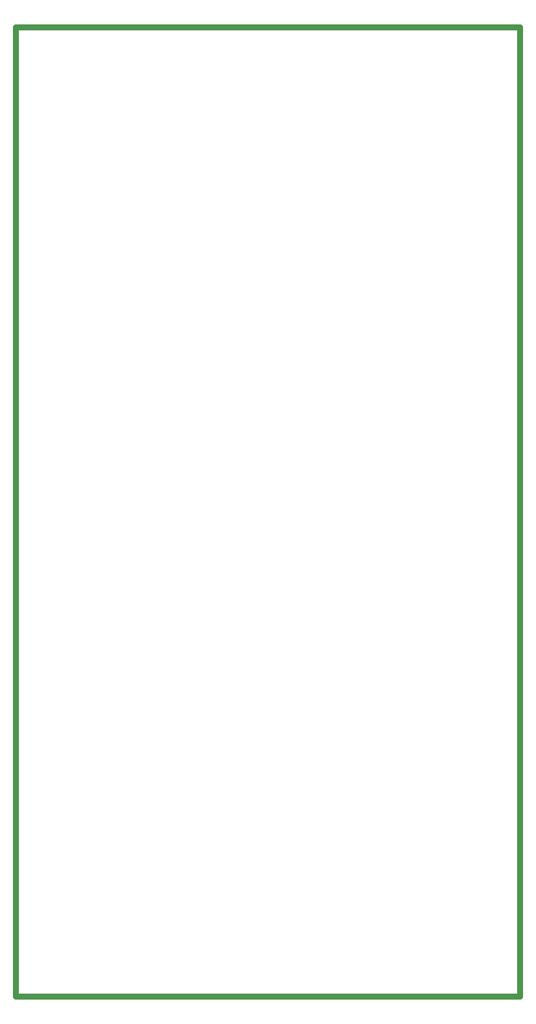
<source format=gbr>
%TF.GenerationSoftware,KiCad,Pcbnew,(6.0.7)*%
%TF.CreationDate,2023-01-25T09:18:12-05:00*%
%TF.ProjectId,amp,616d702e-6b69-4636-9164-5f7063625858,0.0*%
%TF.SameCoordinates,Original*%
%TF.FileFunction,Profile,NP*%
%FSLAX46Y46*%
G04 Gerber Fmt 4.6, Leading zero omitted, Abs format (unit mm)*
G04 Created by KiCad (PCBNEW (6.0.7)) date 2023-01-25 09:18:12*
%MOMM*%
%LPD*%
G01*
G04 APERTURE LIST*
%TA.AperFunction,Profile*%
%ADD10C,1.000000*%
%TD*%
G04 APERTURE END LIST*
D10*
X161080000Y-150000000D02*
X247000000Y-150000000D01*
X247000000Y-150000000D02*
X247000000Y-314760000D01*
X247000000Y-314760000D02*
X161080000Y-314760000D01*
X161080000Y-314760000D02*
X161080000Y-150000000D01*
M02*

</source>
